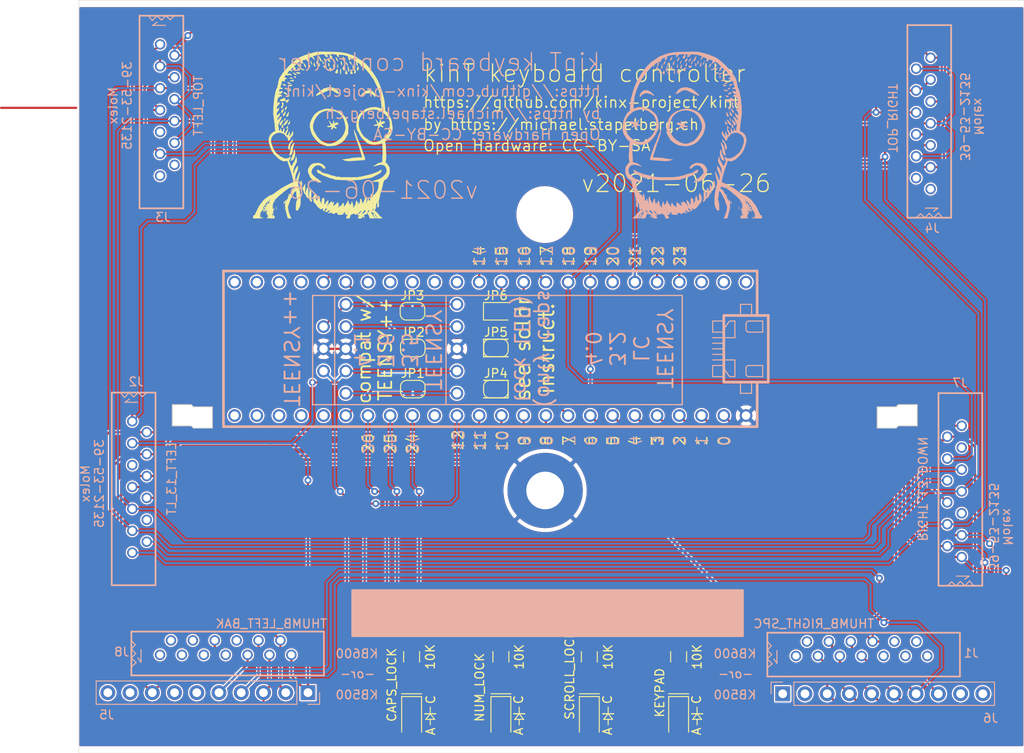
<source format=kicad_pcb>
(kicad_pcb (version 20211014) (generator pcbnew)
  (title_block (date "2021-06-26"))
  (layers (0 "F.Cu" signal) (31 "B.Cu" signal) (34 "B.Paste" user) (35 "F.Paste" user) (36 "B.SilkS" user "B.Silkscreen") (37 "F.SilkS" user "F.Silkscreen") (38 "B.Mask" user) (39 "F.Mask" user) (44 "Edge.Cuts" user))
  (net 0 "")
  (net 1 "/ROW_2")
  (net 2 "/ROW_3")
  (net 3 "/ROW_4")
  (net 4 "/ROW_5")
  (net 5 "/ROW_6")
  (net 6 "/ROW_8")
  (net 7 "/ROW_7")
  (net 8 "/ROW_9")
  (net 9 "Net-(U1-PadRESET)")
  (net 10 "Net-(U1-PadPROG)")
  (net 11 "Net-(U1-PadVBAT)")
  (net 12 "Net-(U1-PadA22/DAC1)")
  (net 13 "Net-(U1-Pad21/DAC0)")
  (net 14 "Net-(U1-Pad39/A20)")
  (net 15 "/ROW_ESC")
  (net 16 "/ROW_F1")
  (net 17 "/ROW_F2")
  (net 18 "Net-(U1-Pad35/A16)")
  (net 19 "Net-(U1-Pad34/A15)")
  (net 20 "Net-(U1-Pad33/A14)")
  (net 21 "/ROW_1")
  (net 22 "/ROW_EQL")
  (net 23 "Net-(U1-PadGND2)")
  (net 24 "/3V3")
  (net 25 "Net-(U1-PadVIN)")
  (net 26 "Net-(U1-PadAGND)")
  (net 27 "Net-(U1-Pad3V3_LO)")
  (net 28 "Net-(U1-Pad13/SCK)")
  (net 29 "/ROW_MIN")
  (net 30 "/ROW_0")
  (net 31 "GND")
  (net 32 "/COL_3")
  (net 33 "Net-(J2-Pad10)")
  (net 34 "/COL_4")
  (net 35 "/COL_2")
  (net 36 "/COL_1")
  (net 37 "Net-(J2-Pad5)")
  (net 38 "/COL_0")
  (net 39 "Net-(J3-Pad12)")
  (net 40 "Net-(J3-Pad13)")
  (net 41 "Net-(J3-Pad9)")
  (net 42 "/COL_5")
  (net 43 "Net-(J5-Pad10)")
  (net 44 "Net-(J5-Pad9)")
  (net 45 "Net-(J5-Pad7)")
  (net 46 "Net-(J5-Pad6)")
  (net 47 "/COL_6")
  (net 48 "Net-(J6-Pad10)")
  (net 49 "Net-(J6-Pad9)")
  (net 50 "Net-(J6-Pad2)")
  (net 51 "Net-(J6-Pad1)")
  (net 52 "Net-(LED1-Pad1)")
  (net 53 "Net-(LED2-Pad1)")
  (net 54 "Net-(LED3-Pad1)")
  (net 55 "Net-(LED4-Pad1)")
  (net 56 "/LED_CAPS_LOCK")
  (net 57 "/LED_NUM_LOCK")
  (net 58 "/LED_SCROLL_LOCK")
  (net 59 "/LED_KEYPAD")
  (net 60 "Net-(U1-Pad36/A17)")
  (net 61 "Net-(U1-Pad32/A13)")
  (net 62 "Net-(U1-Pad31/A12)")
  (net 63 "Net-(U1-Pad30)")
  (net 64 "Net-(U1-Pad29)")
  (net 65 "Net-(U1-Pad28)")
  (net 66 "Net-(U1-Pad3V3)")
  (net 67 "Net-(J4-Pad2)")
  (net 68 "Net-(J4-Pad1)")
  (net 69 "Net-(J7-Pad11)")
  (net 70 "Net-(J7-Pad5)")
  (net 71 "Net-(J1-Pad12)")
  (net 72 "Net-(J1-Pad2)")
  (net 73 "Net-(J1-Pad13)")
  (net 74 "Net-(J1-Pad11)")
  (net 75 "Net-(J1-Pad1)")
  (net 76 "Net-(J8-Pad8)")
  (net 77 "Net-(J8-Pad4)")
  (net 78 "Net-(J8-Pad2)")
  (net 79 "Net-(J8-Pad7)")
  (net 80 "Net-(J8-Pad5)")
  (net 81 "Net-(J8-Pad3)")
  (net 82 "Net-(J8-Pad1)")
  (net 83 "Net-(J1-Pad10)")
  (net 84 "Net-(J1-Pad9)")
  (net 85 "Net-(JP2-Pad1)")
  (net 86 "Net-(JP3-Pad1)")
  (net 87 "Net-(JP1-Pad1)")
  (net 88 "Net-(JP5-Pad1)")
  (net 89 "Net-(JP6-Pad1)")
  (net 90 "Net-(JP4-Pad2)")
  (footprint "LED_SMD:LED_1206_3216Metric_Pad1.42x1.75mm_HandSolder" (layer "F.Cu") (at 133.2511 144.0036 -90)
    (fp_text reference "LED1" hide)
    (fp_text value "LEDSML1206" hide)
  )
  (footprint "LED_SMD:LED_1206_3216Metric_Pad1.42x1.75mm_HandSolder" (layer "F.Cu") (at 143.4511 144.0036 -90)
    (fp_text reference "LED2" hide)
    (fp_text value "LEDSML1206" hide)
  )
  (footprint "LED_SMD:LED_1206_3216Metric_Pad1.42x1.75mm_HandSolder" (layer "F.Cu") (at 153.5511 144.0036 -90)
    (fp_text reference "LED3" hide)
    (fp_text value "LEDSML1206" hide)
  )
  (footprint "LED_SMD:LED_1206_3216Metric_Pad1.42x1.75mm_HandSolder" (layer "F.Cu") (at 163.7511 144.0036 -90)
    (fp_text reference "LED4" hide)
    (fp_text value "LEDSML1206" hide)
  )
  (footprint "Resistor_SMD:R_1206_3216Metric_Pad1.42x1.75mm_HandSolder" (layer "F.Cu") (at 143.4511 137.0036 -90)
    (fp_text reference "R2")
    (fp_text value "10K")
  )
  (footprint "Resistor_SMD:R_1206_3216Metric_Pad1.42x1.75mm_HandSolder" (layer "F.Cu") (at 153.5511 137.0036 -90)
    (fp_text reference "R3")
    (fp_text value "10K")
  )
  (footprint "Resistor_SMD:R_1206_3216Metric_Pad1.42x1.75mm_HandSolder" (layer "F.Cu") (at 133.2511 137.0036 -90)
    (fp_text reference "R1")
    (fp_text value "10K")
  )
  (footprint "Resistor_SMD:R_1206_3216Metric_Pad1.42x1.75mm_HandSolder" (layer "F.Cu") (at 163.7511 137.0036 -90)
    (fp_text reference "R4")
    (fp_text value "10K")
  )
  (footprint "MountingHole:MountingHole_6mm" (layer "F.Cu") (at 148.463 86.487)
    (fp_text reference "H2" hide)
    (fp_text value "mounting pad")
  )
  (footprint "MountingHole:MountingHole_4.3mm_M4_Pad" (layer "F.Cu") (at 148.5011 118.0036)
    (fp_text reference "H1" hide)
    (fp_text value "mounting pad" hide)
  )
  (footprint "kinx:logo" (layer "F.Cu") (at 123.317 77.216)
    (fp_text reference "G***" hide)
    (fp_text value "LOGO" hide)
  )
  (footprint "Jumper:SolderJumper-2_P1.3mm_Open_RoundedPad1.0x1.5mm" (layer "F.Cu") (at 133.387 106.426)
    (fp_text reference "JP1")
    (fp_text value "SolderJumper_2_Open" hide)
  )
  (footprint "Jumper:SolderJumper-2_P1.3mm_Bridged2Bar_RoundedPad1.0x1.5mm" (layer "F.Cu") (at 142.875 106.426)
    (fp_text reference "JP4")
    (fp_text value "SolderJumper_2_Bridged" hide)
  )
  (footprint "Jumper:SolderJumper-2_P1.3mm_Bridged2Bar_RoundedPad1.0x1.5mm" (layer "F.Cu") (at 142.875 101.727 180)
    (fp_text reference "JP5")
    (fp_text value "SolderJumper_2_Bridged" hide)
  )
  (footprint "Jumper:SolderJumper-2_P1.3mm_Bridged2Bar_RoundedPad1.0x1.5mm" (layer "F.Cu") (at 142.86 97.536 180)
    (fp_text reference "JP6")
    (fp_text value "SolderJumper_2_Bridged" hide)
  )
  (footprint "Jumper:SolderJumper-2_P1.3mm_Open_RoundedPad1.0x1.5mm" (layer "F.Cu") (at 133.387 101.727)
    (fp_text reference "JP2")
    (fp_text value "SolderJumper_2_Open" hide)
  )
  (footprint "Jumper:SolderJumper-2_P1.3mm_Open_RoundedPad1.0x1.5mm" (layer "F.Cu") (at 133.35 97.536)
    (fp_text reference "JP3")
    (fp_text value "SolderJumper_2_Open" hide)
  )
  (footprint "kinx:39-53-2135" (layer "B.Cu") (at 101.346 117.602 -90)
    (fp_text reference "J2")
    (fp_text value "LEFT_13_LT")
  )
  (footprint "kinx:39-53-2135" (layer "B.Cu") (at 104.521 74.549 -90)
    (fp_text reference "J3")
    (fp_text value "TOP_LEFT")
  )
  (footprint "kinx:39-53-2135" (layer "B.Cu") (at 196.088 118.11 90)
    (fp_text reference "J7")
    (fp_text value "RIGHT_13_DOWN")
  )
  (footprint "kinx:39-53-2135" (layer "B.Cu") (at 192.532 76.073 90)
    (fp_text reference "J4")
    (fp_text value "TOP_RIGHT")
  )
  (footprint "kinx:39-53-2135" (layer "B.Cu") (at 112.014 136.779)
    (fp_text reference "J8")
    (fp_text value "THUMB_LEFT_BAK_KB600" hide)
  )
  (footprint "kinx:logo" (layer "B.Cu") (at 165.1 77.216 180)
    (fp_text reference "G***" hide)
    (fp_text value "LOGO" hide)
  )
  (footprint "kinx:39-53-2135" (layer "B.Cu") (at 184.658 136.906)
    (fp_text reference "J1")
    (fp_text value "THUMB_RIGHT_SPC_KB600" hide)
  )
  (footprint "Connector_PinHeader_2.54mm:PinHeader_1x10_P2.54mm_Vertical" (layer "B.Cu") (at 175.641 141.224 -90)
    (fp_text reference "J6")
    (fp_text value "THUMB_RIGHT_SPC")
  )
  (footprint "Connector_PinHeader_2.54mm:PinHeader_1x10_P2.54mm_Vertical" (layer "B.Cu") (at 121.412 141.097 90)
    (fp_text reference "J5")
    (fp_text value "THUMB_LEFT_BAK")
  )
  (footprint "kinx:TEENSY_3.5_3.6" (layer "B.Cu") (at 143.51 101.8236 180)
    (fp_text reference "U1" hide)
    (fp_text value "TEENSY_3.5_3.6" hide)
  )
  (gr_line (start 156.337 143.51) (end 155.702 143.51) (layer "F.SilkS") (width 0.12))
  (gr_line (start 155.194 144.145) (end 155.702 143.51) (layer "F.SilkS") (width 0.12))
  (gr_line (start 166.37 144.145) (end 165.354 144.145) (layer "F.SilkS") (width 0.12))
  (gr_line (start 165.227 143.51) (end 166.497 143.51) (layer "F.SilkS") (width 0.12))
  (gr_line (start 165.862 142.748) (end 165.862 143.51) (layer "F.SilkS") (width 0.12))
  (gr_line (start 165.862 144.145) (end 165.862 144.78) (layer "F.SilkS") (width 0.12))
  (gr_line (start 165.862 143.51) (end 166.37 144.145) (layer "F.SilkS") (width 0.12))
  (gr_line (start 165.354 144.145) (end 165.862 143.51) (layer "F.SilkS") (width 0.12))
  (gr_line (start 166.497 143.51) (end 165.862 143.51) (layer "F.SilkS") (width 0.12))
  (gr_line (start 165.862 143.51) (end 165.227 143.51) (layer "F.SilkS") (width 0.12))
  (gr_line (start 145.542 142.748) (end 145.542 143.51) (layer "F.SilkS") (width 0.12))
  (gr_line (start 145.542 144.145) (end 145.542 144.78) (layer "F.SilkS") (width 0.12))
  (gr_line (start 146.05 144.145) (end 145.034 144.145) (layer "F.SilkS") (width 0.12))
  (gr_line (start 145.034 144.145) (end 145.542 143.51) (layer "F.SilkS") (width 0.12))
  (gr_line (start 145.542 143.51) (end 146.05 144.145) (layer "F.SilkS") (width 0.12))
  (gr_line (start 144.907 143.51) (end 146.177 143.51) (layer "F.SilkS") (width 0.12))
  (gr_line (start 146.177 143.51) (end 145.542 143.51) (layer "F.SilkS") (width 0.12))
  (gr_line (start 145.542 143.51) (end 144.907 143.51) (layer "F.SilkS") (width 0.12))
  (gr_line (start 135.382 144.145) (end 135.382 144.78) (layer "F.SilkS") (width 0.12))
  (gr_line (start 134.874 144.145) (end 135.382 143.51) (layer "F.SilkS") (width 0.12))
  (gr_line (start 136.017 143.51) (end 135.382 143.51) (layer "F.SilkS") (width 0.12))
  (gr_line (start 134.747 143.51) (end 136.017 143.51) (layer "F.SilkS") (width 0.12))
  (gr_line (start 135.382 143.51) (end 135.89 144.145) (layer "F.SilkS") (width 0.12))
  (gr_line (start 135.382 142.748) (end 135.382 143.51) (layer "F.SilkS") (width 0.12))
  (gr_line (start 135.382 143.51) (end 134.747 143.51) (layer "F.SilkS") (width 0.12))
  (gr_line (start 135.89 144.145) (end 134.874 144.145) (layer "F.SilkS") (width 0.12))
  (gr_line (start 142.3161 141.224) (end 144.6021 141.224) (layer "F.SilkS") (width 0.12))
  (gr_line (start 132.1001 141.224) (end 134.3861 141.224) (layer "F.SilkS") (width 0.12))
  (gr_line (start 162.6161 141.224) (end 164.9021 141.224) (layer "F.SilkS") (width 0.12))
  (gr_line (start 155.702 142.748) (end 155.702 143.51) (layer "F.SilkS") (width 0.12))
  (gr_line (start 155.702 144.145) (end 155.702 144.78) (layer "F.SilkS") (width 0.12))
  (gr_line (start 155.702 143.51) (end 156.21 144.145) (layer "F.SilkS") (width 0.12))
  (gr_line (start 156.21 144.145) (end 155.194 144.145) (layer "F.SilkS") (width 0.12))
  (gr_line (start 155.067 143.51) (end 156.337 143.51) (layer "F.SilkS") (width 0.12))
  (gr_line (start 152.4161 141.224) (end 154.7021 141.224) (layer "F.SilkS") (width 0.12))
  (gr_line (start 155.702 143.51) (end 155.067 143.51) (layer "F.SilkS") (width 0.12))
  (gr_line (start 203.2 62.0036) (end 95.25 62.0036) (layer "Edge.Cuts") (width 0.05))
  (gr_line (start 105.918 108.204) (end 105.918 110.617) (layer "Edge.Cuts") (width 0.1))
  (gr_line (start 110.49 108.458) (end 108.331 108.458) (layer "Edge.Cuts") (width 0.1))
  (gr_line (start 110.49 110.871) (end 108.331 110.871) (layer "Edge.Cuts") (width 0.1))
  (gr_line (start 108.077 108.204) (end 105.918 108.204) (layer "Edge.Cuts") (width 0.1))
  (gr_line (start 105.918 110.617) (end 108.077 110.617) (layer "Edge.Cuts") (width 0.1))
  (gr_line (start 191.008 108.204) (end 191.008 110.617) (layer "Edge.Cuts") (width 0.1))
  (gr_line (start 186.436 110.871) (end 188.595 110.871) (layer "Edge.Cuts") (width 0.1))
  (gr_line (start 188.849 110.617) (end 188.595 110.871) (layer "Edge.Cuts") (width 0.1))
  (gr_line (start 188.849 108.204) (end 188.595 108.458) (layer "Edge.Cuts") (width 0.1))
  (gr_line (start 186.436 108.458) (end 186.436 110.871) (layer "Edge.Cuts") (width 0.1))
  (gr_line (start 188.849 108.204) (end 191.008 108.204) (layer "Edge.Cuts") (width 0.1))
  (gr_line (start 191.008 110.617) (end 188.849 110.617) (layer "Edge.Cuts") (width 0.1))
  (gr_line (start 186.436 108.458) (end 188.595 108.458) (layer "Edge.Cuts") (width 0.1))
  (gr_line (start 95.25 148.0036) (end 203.2 148.0036) (layer "Edge.Cuts") (width 0.05))
  (gr_line (start 203.2 148.0036) (end 203.2 62.0036) (layer "Edge.Cuts") (width 0.05))
  (gr_line (start 95.25 62.0036) (end 95.25 148.0036) (layer "Edge.Cuts") (width 0.05))
  (gr_line (start 108.077 110.617) (end 108.331 110.871) (layer "Edge.Cuts") (width 0.1))
  (gr_line (start 110.49 108.458) (end 110.49 110.871) (layer "Edge.Cuts") (width 0.1))
  (gr_line (start 108.077 108.204) (end 108.331 108.458) (layer "Edge.Cuts") (width 0.1))
  (gr_text "by https://michael.stapelberg.ch" (at 154.94 74.93) (layer "B.SilkS") (effects (font (size 1.25 1.25)) (justify left mirror)))
  (gr_text "v2021-06-26" (at 140.97 83.693) (layer "B.SilkS") (effects (font (size 2 2)) (justify left mirror)))
  (gr_text "kinT keyboard controller" (at 154.94 69.088) (layer "B.SilkS") (effects (font (size 2 2)) (justify left mirror)))
  (gr_text "Molex\n39-53-2135" (at 197.231 75.311 270) (layer "B.SilkS") (effects (font (size 1 1)) (justify mirror)))
  (gr_text "Molex\n39-53-2135" (at 200.533 122.174 270) (layer "B.SilkS") (effects (font (size 1 1)) (justify mirror)))
  (gr_text "Molex\n39-53-2135" (at 96.774 117.221 90) (layer "B.SilkS") (effects (font (size 1 1)) (justify mirror)))
  (gr_text "KB500" (at 170.18 141.351) (layer "B.SilkS") (effects (font (size 1 1)) (justify mirror)))
  (gr_text "-or-" (at 170.307 138.938) (layer "B.SilkS") (effects (font (size 1 1) (thickness 0.15) italic) (justify mirror)))
  (gr_text "KB600" (at 170.18 136.652) (layer "B.SilkS") (effects (font (size 1 1)) (justify mirror)))
  (gr_text "KB600" (at 127 136.652) (layer "B.SilkS") (effects (font (size 1 1)) (justify mirror)))
  (gr_text "KB500" (at 127 141.351) (layer "B.SilkS") (effects (font (size 1 1)) (justify mirror)))
  (gr_text "-or-" (at 127.127 138.938) (layer "B.SilkS") (effects (font (size 1 1) (thickness 0.15) italic) (justify mirror)))
  (gr_text "Open Hardware: CC-BY-SA" (at 154.94 77.343) (layer "B.SilkS") (effects (font (size 1.25 1.25)) (justify left mirror)))
  (gr_text "Molex\n39-53-2135" (at 99.949 74.041 90) (layer "B.SilkS") (effects (font (size 1 1)) (justify mirror)))
  (gr_text "https://github.com/kinx-project/kint" (at 154.94 72.39) (layer "B.SilkS") (effects (font (size 1.25 1.25)) (justify left mirror)))
  (gr_text "by https://michael.stapelberg.ch" (at 134.493 76.2) (layer "F.SilkS") (effects (font (size 1.25 1.25)) (justify left)))
  (gr_text "https://github.com/kinx-project/kint" (at 134.493 73.66) (layer "F.SilkS") (effects (font (size 1.25 1.25)) (justify left)))
  (gr_text "kinT keyboard controller" (at 134.493 70.358) (layer "F.SilkS") (effects (font (size 2 2)) (justify left)))
  (gr_text "Open Hardware: CC-BY-SA" (at 134.493 78.613) (layer "F.SilkS") (effects (font (size 1.25 1.25)) (justify left)))
  (gr_text "v2021-06-26" (at 152.527 82.931) (layer "F.SilkS") (effects (font (size 2 2)) (justify left)))
  (gr_text "C" (at 136.017 142.494 90) (layer "F.SilkS") (effects (font (size 1 1)) (justify left bottom)))
  (gr_text "A" (at 136.017 146.05 90) (layer "F.SilkS") (effects (font (size 1 1)) (justify left bottom)))
  (gr_text "C" (at 146.05 142.494 90) (layer "F.SilkS") (effects (font (size 1 1)) (justify left bottom)))
  (gr_text "A" (at 146.05 146.05 90) (layer "F.SilkS") (effects (font (size 1 1)) (justify left bottom)))
  (gr_text "A" (at 156.21 146.05 90) (layer "F.SilkS") (effects (font (size 1 1)) (justify left bottom)))
  (gr_text "C" (at 156.21 142.494 90) (layer "F.SilkS") (effects (font (size 1 1)) (justify left bottom)))
  (gr_text "A" (at 166.37 146.05 90) (layer "F.SilkS") (effects (font (size 1 1)) (justify left bottom)))
  (gr_text "C" (at 166.37 142.494 90) (layer "F.SilkS") (effects (font (size 1 1)) (justify left bottom)))
  (gr_text "CAPS_LOCK" (at 131.572 144.526 90) (layer "F.SilkS") (effects (font (size 1 1)) (justify left bottom)))
  (gr_text "NUM_LOCK" (at 141.605 144.526 90) (layer "F.SilkS") (effects (font (size 1 1)) (justify left bottom)))
  (gr_text "SCROLL_LOCK" (at 151.892 144.272 90) (layer "F.SilkS") (effects (font (size 1 1)) (justify left bottom)))
  (gr_text "KEYPAD" (at 162.179 144.018 90) (layer "F.SilkS") (effects (font (size 1 1)) (justify left bottom)))
  (segment (start 86.36 74.295) (end 94.94759 74.295) (width 0.25) (layer "F.Cu") (net 0))
  (segment (start 104.882 116.352) (end 102.996 116.352) (width 0.25) (layer "F.Cu") (net 1))
  (segment (start 100.2665 126.3015) (end 100.838 126.873) (width 0.25) (layer "F.Cu") (net 1))
  (segment (start 106.045 113.919) (end 106.045 115.189) (width 0.25) (layer "F.Cu") (net 1))
  (segment (start 141.605 112.903) (end 107.061 112.903) (width 0.25) (layer "F.Cu") (net 1))
  (segment (start 118.872 141.097) (end 118.264 140.489) (width 0.25) (layer "F.Cu") (net 1))
  (segment (start 100.691 116.352) (end 100.076 116.967) (width 0.25) (layer "F.Cu") (net 1))
  (segment (start 107.061 112.903) (end 106.045 113.919) (width 0.25) (layer "F.Cu") (net 1))
  (segment (start 143.51 109.4436) (end 143.51 110.998) (width 0.25) (layer "F.Cu") (net 1))
  (segment (start 106.045 115.189) (end 104.882 116.352) (width 0.25) (layer "F.Cu") (net 1))
  (segment (start 118.264 140.489) (end 118.264 135.129) (width 0.25) (layer "F.Cu") (net 1))
  (segment (start 114.961 131.826) (end 118.264 135.129) (width 0.25) (layer "F.Cu") (net 1))
  (segment (start 100.076 116.967) (end 100.076 126.111) (width 0.25) (layer "F.Cu") (net 1))
  (segment (start 105.791 131.826) (end 100.2665 126.3015) (width 0.25) (layer "F.Cu") (net 1))
  (segment (start 114.961 131.826) (end 105.791 131.826) (width 0.25) (layer "F.Cu") (net 1))
  (segment (start 102.996 116.352) (end 100.691 116.352) (width 0.25) (layer "F.Cu") (net 1))
  (segment (start 143.51 110.998) (end 141.605 112.903) (width 0.25) (layer "F.Cu") (net 1))
  (segment (start 100.076 126.111) (end 100.2665 126.3015) (width 0.25) (layer "F.Cu") (net 1))
  (segment (start 99.314 138.049) (end 99.314 132.842) (width 0.25) (layer "F.Cu") (net 2))
  (segment (start 105.41 112.395) (end 105.41 113.157) (width 0.25) (layer "F.Cu") (net 2))
  (segment (start 106.299 111.506) (end 105.41 112.395) (width 0.25) (layer "F.Cu") (net 2))
  (segment (start 103.632 141.097) (end 101.219 138.684) (width 0.25) (layer "F.Cu") (net 2))
  (segment (start 140.97 110.617) (end 140.081 111.506) (width 0.25) (layer "F.Cu") (net 2))
  (segment (start 99.314 115.062) (end 100.524 113.852) (width 0.25) (layer "F.Cu") (net 2))
  (segment (start 101.219 138.684) (end 99.949 138.684) (width 0.25) (layer "F.Cu") (net 2))
  (segment (start 106.045 138.684) (end 103.632 141.097) (width 0.25) (layer "F.Cu") (net 2))
  (segment (start 140.97 109.4436) (end 140.97 110.617) (width 0.25) (layer "F.Cu") (net 2))
  (segment (start 99.314 133.096) (end 99.314 132.842) (width 0.25) (layer "F.Cu") (net 2))
  (segment (start 99.314 132.842) (end 99.314 115.062) (width 0.25) (layer "F.Cu") (net 2))
  (segment (start 140.081 111.506) (end 106.299 111.506) (width 0.25) (layer "F.Cu") (net 2))
  (segment (start 100.524 113.852) (end 102.996 113.852) (width 0.25) (layer "F.Cu") (net 2))
  (segment (start 109.982 138.684) (end 106.045 138.684) (width 0.25) (layer "F.Cu") (net 2))
  (segment (start 104.715 113.852) (end 102.996 113.852) (width 0.25) (layer "F.Cu") (net 2))
  (segment (start 110.764 137.902) (end 109.982 138.684) (width 0.25) (layer "F.Cu") (net 2))
  (segment (start 99.949 138.684) (end 99.314 138.049) (width 0.25) (layer "F.Cu") (net 2))
  (segment (start 110.764 135.129) (end 110.764 137.902) (width 0.25) (layer "F.Cu") (net 2))
  (segment (start 105.41 113.157) (end 104.715 113.852) (width 0.25) (layer "F.Cu") (net 2))
  (segment (start 129.032 105.664) (end 129.921 104.775) (width 0.25) (layer "F.Cu") (net 3))
  (segment (start 119.514 136.779) (end 119.514 139.199) (width 0.25) (layer "F.Cu") (net 3))
  (segment (start 134.112 106.426) (end 134.112 105.676) (width 0.25) (layer "F.Cu") (net 3))
  (segment (start 141.112701 105.902299) (end 141.636402 106.426) (width 0.25) (layer "F.Cu") (net 3))
  (segment (start 121.412 120.015) (end 121.412 116.84) (width 0.25) (layer "F.Cu") (net 3))
  (segment (start 121.412 120.015) (end 121.412 141.097) (width 0.25) (layer "F.Cu") (net 3))
  (segment (start 134.112 105.676) (end 133.211 104.775) (width 0.25) (layer "F.Cu") (net 3))
  (segment (start 121.92 105.664) (end 129.032 105.664) (width 0.25) (layer "F.Cu") (net 3))
  (segment (start 134.715598 106.426) (end 135.239299 105.902299) (width 0.25) (layer "F.Cu") (net 3))
  (segment (start 134.112 106.426) (end 134.715598 106.426) (width 0.25) (layer "F.Cu") (net 3))
  (segment (start 135.239299 105.902299) (end 141.112701 105.902299) (width 0.25) (layer "F.Cu") (net 3))
  (segment (start 119.514 139.199) (end 121.412 141.097) (width 0.25) (layer "F.Cu") (net 3))
  (segment (start 133.211 104.775) (end 129.921 104.775) (width 0.25) (layer "F.Cu") (net 3))
  (segment (start 141.636402 106.426) (end 142.225 106.426) (width 0.25) (layer "F.Cu") (net 3))
  (via (at 121.412 116.84) (size 0.8) (drill 0.4) (layers "F.Cu" "B.Cu") (net 3))
  (via (at 121.92 105.664) (size 0.8) (drill 0.4) (layers "F.Cu" "B.Cu") (net 3))
  (segment (start 101.346 112.602) (end 101.139 112.602) (width 0.25) (layer "B.Cu") (net 3))
  (segment (start 121.92 108.204) (end 121.92 105.664) (width 0.25) (layer "B.Cu") (net 3))
  (segment (start 121.412 114.46) (end 119.554 112.602) (width 0.25) (layer "B.Cu") (net 3))
  (segment (start 121.412 116.84) (end 121.412 114.46) (width 0.25) (layer "B.Cu") (net 3))
  (segment (start 117.047 112.602) (end 117.174 112.602) (width 0.25) (layer "B.Cu") (net 3))
  (segment (start 101.346 112.602) (end 117.047 112.602) (width 0.25) (layer "B.Cu") (net 3))
  (segment (start 121.92 108.204) (end 121.92 110.236) (width 0.25) (layer "B.Cu") (net 3))
  (segment (start 119.554 112.602) (end 121.92 110.236) (width 0.25) (layer "B.Cu") (net 3))
  (segment (start 117.047 112.602) (end 119.554 112.602) (width 0.25) (layer "B.Cu") (net 3))
  (segment (start 99.822 141.986) (end 101.6 143.764) (width 0.25) (layer "F.Cu") (net 4))
  (segment (start 99.822 139.573) (end 99.822 141.986) (width 0.25) (layer "F.Cu") (net 4))
  (segment (start 117.014 140.415) (end 116.332 141.097) (width 0.25) (layer "F.Cu") (net 4))
  (segment (start 98.425 138.176) (end 99.822 139.573) (width 0.25) (layer "F.Cu") (net 4))
  (segment (start 116.332 143.129) (end 116.332 141.097) (width 0.25) (layer "F.Cu") (net 4))
  (segment (start 115.697 143.764) (end 116.332 143.129) (width 0.25) (layer "F.Cu") (net 4))
  (segment (start 135.382 101.727) (end 136.525 100.584) (width 0.25) (layer "F.Cu") (net 4))
  (segment (start 102.996 111.352) (end 98.706 111.352) (width 0.25) (layer "F.Cu") (net 4))
  (segment (start 98.425 111.633) (end 98.425 138.176) (width 0.25) (layer "F.Cu") (net 4))
  (segment (start 101.6 143.764) (end 115.697 143.764) (width 0.25) (layer "F.Cu") (net 4))
  (segment (start 142.225 101.727) (end 140.589 101.727) (width 0.25) (layer "F.Cu") (net 4))
  (segment (start 104.167 111.352) (end 102.996 111.352) (width 0.25) (layer "F.Cu") (net 4))
  (segment (start 134.112 101.727) (end 134.112 102.477) (width 0.25) (layer "F.Cu") (net 4))
  (segment (start 140.589 101.727) (end 139.446 100.584) (width 0.25) (layer "F.Cu") (net 4))
  (segment (start 98.706 111.352) (end 98.425 111.633) (width 0.25) (layer "F.Cu") (net 4))
  (segment (start 104.648 110.871) (end 104.167 111.352) (width 0.25) (layer "F.Cu") (net 4))
  (segment (start 133.465 103.124) (end 105.664 103.124) (width 0.25) (layer "F.Cu") (net 4))
  (segment (start 104.648 104.14) (end 104.648 110.871) (width 0.25) (layer "F.Cu") (net 4))
  (segment (start 136.525 100.584) (end 139.446 100.584) (width 0.25) (layer "F.Cu") (net 4))
  (segment (start 134.112 102.477) (end 133.465 103.124) (width 0.25) (layer "F.Cu") (net 4))
  (segment (start 134.112 101.727) (end 135.382 101.727) (width 0.25) (layer "F.Cu") (net 4))
  (segment (start 115.998 141.097) (end 116.332 141.097) (width 0.25) (layer "F.Cu") (net 4))
  (segment (start 117.014 136.779) (end 117.014 140.415) (width 0.25) (layer "F.Cu") (net 4))
  (segment (start 105.664 103.124) (end 104.648 104.14) (width 0.25) (layer "F.Cu") (net 4))
  (segment (start 188.849 115.697) (end 189.484 116.332) (width 0.25) (layer "F.Cu") (net 5))
  (segment (start 201.168 143.256) (end 201.168 127.127) (width 0.25) (layer "F.Cu") (net 5))
  (segment (start 180.721 137.969) (end 179.658 136.906) (width 0.25) (layer "F.Cu") (net 5))
  (segment (start 156.21 109.4436) (end 162.4634 115.697) (width 0.25) (layer "F.Cu") (net 5))
  (segment (start 200.025 145.542) (end 201.168 144.399) (width 0.25) (layer "F.Cu") (net 5))
  (segment (start 201.168 144.399) (end 201.168 143.256) (width 0.25) (layer "F.Cu") (net 5))
  (segment (start 162.4634 115.697) (end 188.849 115.697) (width 0.25) (layer "F.Cu") (net 5))
  (segment (start 180.721 141.224) (end 185.039 145.542) (width 0.25) (layer "F.Cu") (net 5))
  (segment (start 185.039 145.542) (end 200.025 145.542) (width 0.25) (layer "F.Cu") (net 5))
  (segment (start 191.904 125.61) (end 196.088 125.61) (width 0.25) (layer "F.Cu") (net 5))
  (segment (start 189.484 116.332) (end 189.484 123.19) (width 0.25) (layer "F.Cu") (net 5))
  (segment (start 180.721 141.224) (end 180.721 137.969) (width 0.25) (layer "F.Cu") (net 5))
  (segment (start 189.484 123.19) (end 191.904 125.61) (width 0.25) (layer "F.Cu") (net 5))
  (via (at 201.168 127.127) (size 0.8) (drill 0.4) (layers "F.Cu" "B.Cu") (net 5))
  (segment (start 197.605 127.127) (end 196.656 126.178) (width 0.25) (layer "B.Cu") (net 5))
  (segment (start 196.656 126.178) (end 196.088 125.61) (width 0.25) (layer "B.Cu") (net 5))
  (segment (start 201.168 127.127) (end 197.605 127.127) (width 0.25) (layer "B.Cu") (net 5))
  (segment (start 188.468 143.891) (end 185.801 141.224) (width 0.25) (layer "F.Cu") (net 6))
  (segment (start 190.5 115.443) (end 190.5 122.428) (width 0.25) (layer "F.Cu") (net 6))
  (segment (start 198.374 139.192) (end 198.12 139.446) (width 0.25) (layer "F.Cu") (net 6))
  (segment (start 185.801 141.224) (end 182.158 137.581) (width 0.25) (layer "F.Cu") (net 6))
  (segment (start 182.158 137.581) (end 182.158 136.906) (width 0.25) (layer "F.Cu") (net 6))
  (segment (start 197.231 143.129) (end 196.469 143.891) (width 0.25) (layer "F.Cu") (net 6))
  (segment (start 190.5 122.428) (end 192.432 124.36) (width 0.25) (layer "F.Cu") (net 6))
  (segment (start 198.755 126.238) (end 198.755 138.811) (width 0.25) (layer "F.Cu") (net 6))
  (segment (start 164.1144 114.808) (end 189.865 114.808) (width 0.25) (layer "F.Cu") (net 6))
  (segment (start 158.75 109.4436) (end 164.1144 114.808) (width 0.25) (layer "F.Cu") (net 6))
  (segment (start 192.432 124.36) (end 194.438 124.36) (width 0.25) (layer "F.Cu") (net 6))
  (segment (start 198.12 139.446) (end 197.231 140.335) (width 0.25) (layer "F.Cu") (net 6))
  (segment (start 198.755 138.811) (end 198.12 139.446) (width 0.25) (layer "F.Cu") (net 6))
  (segment (start 197.231 140.335) (end 197.231 143.129) (width 0.25) (layer "F.Cu") (net 6))
  (segment (start 189.865 114.808) (end 190.5 115.443) (width 0.25) (layer "F.Cu") (net 6))
  (segment (start 196.469 143.891) (end 188.468 143.891) (width 0.25) (layer "F.Cu") (net 6))
  (via (at 198.755 126.238) (size 0.8) (drill 0.4) (layers "F.Cu" "B.Cu") (net 6))
  (segment (start 198.755 125.349) (end 197.9295 124.5235) (width 0.25) (layer "B.Cu") (net 6))
  (segment (start 198.755 126.238) (end 198.755 125.349) (width 0.25) (layer "B.Cu") (net 6))
  (segment (start 197.766 124.36) (end 194.438 124.36) (width 0.25) (layer "B.Cu") (net 6))
  (segment (start 197.9295 124.5235) (end 197.766 124.36) (width 0.25) (layer "B.Cu") (net 6))
  (segment (start 186.817 144.78) (end 183.261 141.224) (width 0.25) (layer "F.Cu") (net 7))
  (segment (start 200.025 143.383) (end 198.628 144.78) (width 0.25) (layer "F.Cu") (net 7))
  (segment (start 200.025 129.413) (end 200.025 143.383) (width 0.25) (layer "F.Cu") (net 7))
  (segment (start 165.7654 113.919) (end 190.627 113.919) (width 0.25) (layer "F.Cu") (net 7))
  (segment (start 181.280599 135.628599) (end 180.908 135.256) (width 0.25) (layer "F.Cu") (net 7))
  (segment (start 200.025 129.286) (end 200.025 129.413) (width 0.25) (layer "F.Cu") (net 7))
  (segment (start 191.389 114.681) (end 191.389 121.793) (width 0.25) (layer "F.Cu") (net 7))
  (segment (start 192.706 123.11) (end 196.088 123.11) (width 0.25) (layer "F.Cu") (net 7))
  (segment (start 181.280599 139.243599) (end 181.280599 135.628599) (width 0.25) (layer "F.Cu") (net 7))
  (segment (start 198.628 144.78) (end 186.817 144.78) (width 0.25) (layer "F.Cu") (net 7))
  (segment (start 199.263 124.079) (end 200.025 124.841) (width 0.25) (layer "F.Cu") (net 7))
  (segment (start 161.29 109.4436) (end 165.7654 113.919) (width 0.25) (layer "F.Cu") (net 7))
  (segment (start 200.025 129.413) (end 200.025 124.841) (width 0.25) (layer "F.Cu") (net 7))
  (segment (start 183.261 141.224) (end 181.280599 139.243599) (width 0.25) (layer "F.Cu") (net 7))
  (segment (start 191.389 121.793) (end 192.706 123.11) (width 0.25) (layer "F.Cu") (net 7))
  (segment (start 190.627 113.919) (end 191.389 114.681) (width 0.25) (layer "F.Cu") (net 7))
  (via (at 199.263 124.079) (size 0.8) (drill 0.4) (layers "F.Cu" "B.Cu") (net 7))
  (segment (start 199.263 124.079) (end 198.294 123.11) (width 0.25) (layer "B.Cu") (net 7))
  (segment (start 198.294 123.11) (end 196.088 123.11) (width 0.25) (layer "B.Cu") (net 7))
  (segment (start 188.341 141.224) (end 190.246 143.129) (width 0.25) (layer "F.Cu") (net 8))
  (segment (start 183.552554 137.307) (end 185.183554 138.938) (width 0.25) (layer "F.Cu") (net 8))
  (segment (start 197.612 117.602) (end 197.612 117.475) (width 0.25) (layer "F.Cu") (net 8))
  (segment (start 183.552554 137.307) (end 183.552554 135.400554) (width 0.25) (layer "F.Cu") (net 8))
  (segment (start 183.552554 135.400554) (end 183.408 135.256) (width 0.25) (layer "F.Cu") (net 8))
  (segment (start 195.58 139.446) (end 196.723 139.446) (width 0.25) (layer "F.Cu") (net 8))
  (segment (start 197.612 117.602) (end 197.612 113.03) (width 0.25) (layer "F.Cu") (net 8))
  (segment (start 196.442 111.86) (end 195.861 111.86) (width 0.25) (layer "F.Cu") (net 8))
  (segment (start 196.136554 111.86) (end 195.861 111.86) (width 0.25) (layer "F.Cu") (net 8))
  (segment (start 190.246 143.129) (end 193.675 143.129) (width 0.25) (layer "F.Cu") (net 8))
  (segment (start 166.37 109.4436) (end 169.1944 112.268) (width 0.25) (layer "F.Cu") (net 8))
  (segment (start 197.612 138.557) (end 197.612 117.602) (width 0.25) (layer "F.Cu") (net 8))
  (segment (start 194.691 142.113) (end 194.691 140.335) (width 0.25) (layer "F.Cu") (net 8))
  (segment (start 194.03 112.268) (end 194.438 111.86) (width 0.25) (layer "F.Cu") (net 8))
  (segment (start 186.055 138.938) (end 188.341 141.224) (width 0.25) (layer "F.Cu") (net 8))
  (segment (start 197.612 113.03) (end 196.442 111.86) (width 0.25) (layer "F.Cu") (net 8))
  (segment (start 194.691 140.335) (end 195.58 139.446) (width 0.25) (layer "F.Cu") (net 8))
  (segment (start 196.723 139.446) (end 197.612 138.557) (width 0.25) (layer "F.Cu") (net 8))
  (segment (start 193.675 143.129) (end 194.691 142.113) (width 0.25) (layer "F.Cu") (net 8))
  (segment (start 185.183554 138.938) (end 186.055 138.938) (width 0.25) (layer "F.Cu") (net 8))
  (segment (start 169.1944 112.268) (end 194.03 112.268) (width 0.25) (layer "F.Cu") (net 8))
  (segment (start 195.861 111.86) (end 194.438 111.86) (width 0.25) (layer "F.Cu") (net 8))
  (segment (start 123.19 99.2836) (end 125.73 96.7436) (width 0.25) (layer "F.Cu") (net 9))
  (segment (start 138.43 96.7436) (end 125.73 96.7436) (width 0.25) (layer "B.Cu") (net 9))
  (segment (start 138.43 99.2836) (end 125.73 99.2836) (width 0.25) (layer "B.Cu") (net 10))
  (segment (start 138.43 106.9036) (end 125.73 106.9036) (width 0.25) (layer "B.Cu") (net 11))
  (segment (start 111.733 68.299) (end 106.171 68.299) (width 0.25) (layer "F.Cu") (net 15))
  (segment (start 194.564 73.279) (end 194.564 65.786) (width 0.25) (layer "F.Cu") (net 15))
  (segment (start 142.367 89.662) (end 113.538 89.662) (width 0.25) (layer "F.Cu") (net 15))
  (segment (start 189.865 65.278) (end 108.458 65.278) (width 0.25) (layer "F.Cu") (net 15))
  (segment (start 113.03 69.596) (end 111.733 68.299) (width 0.25) (layer "F.Cu") (net 15))
  (segment (start 191.516 65.278) (end 189.865 65.278) (width 0.25) (layer "F.Cu") (net 15))
  (segment (start 113.03 89.154) (end 113.03 69.596) (width 0.25) (layer "F.Cu") (net 15))
  (segment (start 190.119 65.278) (end 189.865 65.278) (width 0.25) (layer "F.Cu") (net 15))
  (segment (start 145.6055 92.9005) (end 142.367 89.662) (width 0.25) (layer "F.Cu") (net 15))
  (segment (start 194.27 73.573) (end 194.564 73.279) (width 0.25) (layer "F.Cu") (net 15))
  (segment (start 113.538 89.662) (end 113.03 89.154) (width 0.25) (layer "F.Cu") (net 15))
  (segment (start 108.458 65.278) (end 107.696 66.04) (width 0.25) (layer "F.Cu") (net 15))
  (segment (start 147.2869 92.9005) (end 145.6055 92.9005) (width 0.25) (layer "F.Cu") (net 15))
  (segment (start 192.532 73.573) (end 194.27 73.573) (width 0.25) (layer "F.Cu") (net 15))
  (segment (start 148.59 94.2036) (end 147.2869 92.9005) (width 0.25) (layer "F.Cu") (net 15))
  (segment (start 194.564 65.786) (end 194.056 65.278) (width 0.25) (layer "F.Cu") (net 15))
  (segment (start 194.056 65.278) (end 191.516 65.278) (width 0.25) (layer "F.Cu") (net 15))
  (via (at 107.696 66.04) (size 0.8) (drill 0.4) (layers "F.Cu" "B.Cu") (net 15))
  (segment (start 107.696 66.04) (end 106.172 67.564) (width 0.25) (layer "B.Cu") (net 15))
  (segment (start 106.172 68.298) (end 106.171 68.299) (width 0.25) (layer "B.Cu") (net 15))
  (segment (start 106.172 67.564) (end 106.172 68.298) (width 0.25) (layer "B.Cu") (net 15))
  (segment (start 191.262 73.279) (end 192.405 72.136) (width 0.25) (layer "F.Cu") (net 16))
  (segment (start 192.532 68.573) (end 191.380599 67.421599) (width 0.25) (layer "F.Cu") (net 16))
  (segment (start 178.816 82.423) (end 180.166 81.073) (width 0.25) (layer "F.Cu") (net 16))
  (segment (start 164.846 91.948) (end 178.181 91.948) (width 0.25) (layer "F.Cu") (net 16))
  (segment (start 104.521 68.650446) (end 104.521 69.549) (width 0.25) (layer "F.Cu") (net 16))
  (segment (start 192.405 72.136) (end 193.294 72.136) (width 0.25) (layer "F.Cu") (net 16))
  (segment (start 178.816 91.313) (end 178.816 82.423) (width 0.25) (layer "F.Cu") (net 16))
  (segment (start 193.802 68.961) (end 193.414 68.573) (width 0.25) (layer "F.Cu") (net 16))
  (segment (start 163.83 94.2036) (end 163.83 92.964) (width 0.25) (layer "F.Cu") (net 16))
  (segment (start 194.056 75.311) (end 193.548 74.803) (width 0.25) (layer "F.Cu") (net 16))
  (segment (start 163.83 94.2036) (end 163.83 94.107) (width 0.25) (layer "F.Cu") (net 16))
  (segment (start 194.056 80.645) (end 194.056 78.486) (width 0.25) (layer "F.Cu") (net 16))
  (segment (start 193.294 72.136) (end 193.802 71.628) (width 0.25) (layer "F.Cu") (net 16))
  (segment (start 178.181 91.948) (end 178.816 91.313) (width 0.25) (layer "F.Cu") (net 16))
  (segment (start 163.83 92.964) (end 164.846 91.948) (width 0.25) (layer "F.Cu") (net 16))
  (segment (start 192.893 77.323) (end 190.882 77.323) (width 0.25) (layer "F.Cu") (net 16))
  (segment (start 194.056 78.486) (end 192.893 77.323) (width 0.25) (layer "F.Cu") (net 16))
  (segment (start 194.056 76.2) (end 194.056 75.311) (width 0.25) (layer "F.Cu") (net 16))
  (segment (start 192.893 77.323) (end 192.933 77.323) (width 0.25) (layer "F.Cu") (net 16))
  (segment (start 193.802 71.628) (end 193.802 68.961) (width 0.25) (layer "F.Cu") (net 16))
  (segment (start 191.262 73.787) (end 191.262 73.279) (width 0.25) (layer "F.Cu") (net 16))
  (segment (start 191.380599 67.421599) (end 105.749847 67.421599) (width 0.25) (layer "F.Cu") (net 16))
  (segment (start 192.933 77.323) (end 194.056 76.2) (width 0.25) (layer "F.Cu") (net 16))
  (segment (start 180.166 81.073) (end 192.532 81.073) (width 0.25) (layer "F.Cu") (net 16))
  (segment (start 192.278 74.803) (end 191.262 73.787) (width 0.25) (layer "F.Cu") (net 16))
  (segment (start 193.628 81.073) (end 194.056 80.645) (width 0.25) (layer "F.Cu") (net 16))
  (segment (start 192.532 81.073) (end 193.628 81.073) (width 0.25) (layer "F.Cu") (net 16))
  (segment (start 105.749847 67.421599) (end 104.521 68.650446) (width 0.25) (layer "F.Cu") (net 16))
  (segment (start 193.414 68.573) (end 192.532 68.573) (width 0.25) (layer "F.Cu") (net 16))
  (segment (start 193.548 74.803) (end 192.278 74.803) (width 0.25) (layer "F.Cu") (net 16))
  (segment (start 107.95 72.39) (end 107.041 73.299) (width 0.25) (layer "B.Cu") (net 16))
  (segment (start 108.077 76.393) (end 106.171 78.299) (width 0.25) (layer "B.Cu") (net 16))
  (segment (start 106.76 69.549) (end 107.95 70.739) (width 0.25) (layer "B.Cu") (net 16))
  (segment (start 107.041 73.299) (end 106.171 73.299) (width 0.25) (layer "B.Cu") (net 16))
  (segment (start 104.521 69.549) (end 106.76 69.549) (width 0.25) (layer "B.Cu") (net 16))
  (segment (start 106.171 73.299) (end 108.077 75.205) (width 0.25) (layer "B.Cu") (net 16))
  (segment (start 107.95 70.739) (end 107.95 72.39) (width 0.25) (layer "B.Cu") (net 16))
  (segment (start 108.077 75.205) (end 108.077 76.393) (width 0.25) (layer "B.Cu") (net 16))
  (segment (start 158.75 92.837) (end 158.75 94.2036) (width 0.25) (layer "F.Cu") (net 17))
  (segment (start 177.8 76.073) (end 177.292 76.581) (width 0.25) (layer "F.Cu") (net 17))
  (segment (start 103.632 74.549) (end 102.87 75.311) (width 0.25) (layer "F.Cu") (net 17))
  (segment (start 161.163 90.424) (end 158.75 92.837) (width 0.25) (layer "F.Cu") (net 17))
  (segment (start 102.87 75.311) (end 102.87 77.898) (width 0.25) (layer "F.Cu") (net 17))
  (segment (start 103.826 70.799) (end 102.743 71.882) (width 0.25) (layer "F.Cu") (net 17))
  (segment (start 102.87 77.898) (end 104.521 79.549) (width 0.25) (layer "F.Cu") (net 17))
  (segment (start 177.292 89.916) (end 176.784 90.424) (width 0.25) (layer "F.Cu") (net 17))
  (segment (start 102.743 72.771) (end 104.521 74.549) (width 0.25) (layer "F.Cu") (net 17))
  (segment (start 177.292 76.581) (end 177.292 89.916) (width 0.25) (layer "F.Cu") (net 17))
  (segment (start 192.532 76.073) (end 177.8 76.073) (width 0.25) (layer "F.Cu") (net 17))
  (segment (start 102.743 71.882) (end 102.743 72.771) (width 0.25) (layer "F.Cu") (net 17))
  (segment (start 192.159401 76.445599) (end 192.532 76.073) (width 0.25) (layer "F.Cu") (net 17))
  (segment (start 106.171 70.799) (end 103.826 70.799) (width 0.25) (layer "F.Cu") (net 17))
  (segment (start 104.521 74.549) (end 103.632 74.549) (width 0.25) (layer "F.Cu") (net 17))
  (segment (start 176.784 90.424) (end 161.163 90.424) (width 0.25) (layer "F.Cu") (net 17))
  (segment (start 194.283 69.823) (end 190.882 69.823) (width 0.25) (layer "B.Cu") (net 17))
  (segment (start 158.75 92.964) (end 158.75 92.837) (width 0.25) (layer "B.Cu") (net 17))
  (segment (start 108.411 79.549) (end 109.601 78.359) (width 0.25) (layer "B.Cu") (net 17))
  (segment (start 194.056 76.073) (end 192.532 76.073) (width 0.25) (layer "B.Cu") (net 17))
  (segment (start 158.75 92.964) (end 158.75 94.2036) (width 0.25) (layer "B.Cu") (net 17))
  (segment (start 190.882 79.823) (end 194.243 79.823) (width 0.25) (layer "B.Cu") (net 17))
  (segment (start 158.75 83.82) (end 158.75 92.964) (width 0.25) (layer "B.Cu") (net 17))
  (segment (start 195.072 77.089) (end 194.056 76.073) (width 0.25) (layer "B.Cu") (net 17))
  (segment (start 153.289 78.359) (end 158.75 83.82) (width 0.25) (layer "B.Cu") (net 17))
  (segment (start 195.072 78.994) (end 195.072 77.089) (width 0.25) (layer "B.Cu") (net 17))
  (segment (start 104.521 79.549) (end 108.411 79.549) (width 0.25) (layer "B.Cu") (net 17))
  (segment (start 194.056 75.946) (end 195.072 74.93) (width 0.25) (layer "B.Cu") (net 17))
  (segment (start 109.601 78.359) (end 153.289 78.359) (width 0.25) (layer "B.Cu") (net 17))
  (segment (start 195.072 74.93) (end 195.072 70.612) (width 0.25) (layer "B.Cu") (net 17))
  (segment (start 194.056 76.073) (end 194.056 75.946) (width 0.25) (layer "B.Cu") (net 17))
  (segment (start 195.072 70.612) (end 194.283 69.823) (width 0.25) (layer "B.Cu") (net 17))
  (segment (start 194.243 79.823) (end 195.072 78.994) (width 0.25) (layer "B.Cu") (net 17))
  (segment (start 106.807 114.808) (end 106.807 116.078) (width 0.25) (layer "F.Cu") (net 21))
  (segment (start 105.283 117.602) (end 101.346 117.602) (width 0.25) (layer "F.Cu") (net 21))
  (segment (start 142.621 114.046) (end 107.569 114.046) (width 0.25) (layer "F.Cu") (net 21))
  (segment (start 107.569 114.046) (end 106.807 114.808) (width 0.25) (layer "F.Cu") (net 21))
  (segment (start 146.05 110.617) (end 142.621 114.046) (width 0.25) (layer "F.Cu") (net 21))
  (segment (start 146.05 109.4436) (end 146.05 110.617) (width 0.25) (layer "F.Cu") (net 21))
  (segment (start 106.807 116.078) (end 105.283 117.602) (width 0.25) (layer "F.Cu") (net 21))
  (segment (start 146.05 109.4436) (end 146.05 109.855) (width 0.25) (layer "F.Cu") (net 21))
  (segment (start 107.569 116.459) (end 105.176 118.852) (width 0.25) (layer "F.Cu") (net 22))
  (segment (start 146.304 111.506) (end 142.875 114.935) (width 0.25) (layer "F.Cu") (net 22))
  (segment (start 108.077 114.935) (end 107.569 115.443) (width 0.25) (layer "F.Cu") (net 22))
  (segment (start 147.828 111.506) (end 146.304 111.506) (width 0.25) (layer "F.Cu") (net 22))
  (segment (start 105.176 118.852) (end 102.996 118.852) (width 0.25) (layer "F.Cu") (net 22))
  (segment (start 148.59 109.4436) (end 148.59 110.744) (width 0.25) (layer "F.Cu") (net 22))
  (segment (start 142.875 114.935) (end 108.077 114.935) (width 0.25) (layer "F.Cu") (net 22))
  (segment (start 103.368599 119.224599) (end 102.996 118.852) (width 0.25) (layer "F.Cu") (net 22))
  (segment (start 148.59 110.744) (end 147.828 111.506) (width 0.25) (layer "F.Cu") (net 22))
  (segment (start 107.569 115.443) (end 107.569 116.459) (width 0.25) (layer "F.Cu") (net 22))
  (segment (start 125.095 118.11) (end 125.857 118.872) (width 0.25) (layer "F.Cu") (net 24))
  (segment (start 125.857 144.78) (end 126.5681 145.4911) (width 0.25) (layer "F.Cu") (net 24))
  (segment (start 153.5511 145.4911) (end 163.7511 145.4911) (width 0.25) (layer "F.Cu") (net 24))
  (segment (start 126.5681 145.4911) (end 133.2511 145.4911) (width 0.25) (layer "F.Cu") (net 24))
  (segment (start 133.2511 145.4911) (end 143.4511 145.4911) (width 0.25) (layer "F.Cu") (net 24))
  (segment (start 143.4511 145.4911) (end 153.5511 145.4911) (width 0.25) (layer "F.Cu") (net 24))
  (segment (start 125.857 118.872) (end 125.857 144.78) (width 0.25) (layer "F.Cu") (net 24))
  (via (at 125.095 118.11) (size 0.8) (drill 0.4) (layers "F.Cu" "B.Cu") (net 24))
  (segment (start 125.73 104.3636) (end 124.46 105.6336) (width 0.25) (layer "B.Cu") (net 24))
  (segment (start 123.19 104.3636) (end 124.46 105.6336) (width 0.25) (layer "B.Cu") (net 24))
  (segment (start 124.46 105.6336) (end 124.46 117.475) (width 0.25) (layer "B.Cu") (net 24))
  (segment (start 138.43 104.3636) (end 125.73 104.3636) (width 0.25) (layer "B.Cu") (net 24))
  (segment (start 124.46 117.475) (end 125.095 118.11) (width 0.25) (layer "B.Cu") (net 24))
  (segment (start 192.278 113.919) (end 192.278 117.2) (width 0.25) (layer "F.Cu") (net 29))
  (segment (start 163.83 109.4436) (end 167.4164 113.03) (width 0.25) (layer "F.Cu") (net 29))
  (segment (start 191.389 113.03) (end 192.278 113.919) (width 0.25) (layer "F.Cu") (net 29))
  (segment (start 192.278 117.2) (end 194.438 119.36) (width 0.25) (layer "F.Cu") (net 29))
  (segment (start 167.4164 113.03) (end 191.389 113.03) (width 0.25) (layer "F.Cu") (net 29))
  (segment (start 170.3857 110.9193) (end 168.91 109.4436) (width 0.25) (layer "F.Cu") (net 30))
  (segment (start 196.088 110.61) (end 192.92 110.61) (width 0.25) (layer "F.Cu") (net 30))
  (segment (start 192.92 110.61) (end 192.024 111.506) (width 0.25) (layer "F.Cu") (net 30))
  (segment (start 170.9724 111.506) (end 170.3857 110.9193) (width 0.25) (layer "F.Cu") (net 30))
  (segment (start 192.024 111.506) (end 170.9724 111.506) (width 0.25) (layer "F.Cu") (net 30))
  (segment (start 123.19 101.8236) (end 125.73 101.8236) (width 0.25) (layer "F.Cu") (net 31))
  (segment (start 186.329 74.823) (end 186.309 74.803) (width 0.25) (layer "F.Cu") (net 32))
  (segment (start 159.639 89.662) (end 156.21 93.091) (width 0.25) (layer "F.Cu") (net 32))
  (segment (start 176.149 89.662) (end 159.639 89.662) (width 0.25) (layer "F.Cu") (net 32))
  (segment (start 185.801 73.533) (end 177.038 73.533) (width 0.25) (layer "F.Cu") (net 32))
  (segment (start 186.309 74.803) (end 186.309 74.041) (width 0.25) (layer "F.Cu") (net 32))
  (segment (start 176.53 74.041) (end 176.53 89.281) (width 0.25) (layer "F.Cu") (net 32))
  (segment (start 186.309 74.041) (end 185.801 73.533) (width 0.25) (layer "F.Cu") (net 32))
  (segment (start 176.53 89.281) (end 176.149 89.662) (width 0.25) (layer "F.Cu") (net 32))
  (segment (start 156.21 93.091) (end 156.21 94.2036) (width 0.25) (layer "F.Cu") (net 32))
  (segment (start 177.038 73.533) (end 176.53 74.041) (width 0.25) (layer "F.Cu") (net 32))
  (segment (start 190.882 74.823) (end 186.329 74.823) (width 0.25) (layer "F.Cu") (net 32))
  (via (at 186.309 74.803) (size 0.8) (drill 0.4) (layers "F.Cu" "B.Cu") (net 32))
  (segment (start 107.569 125.349) (end 105.356 125.349) (width 0.25) (layer "B.Cu") (net 32))
  (segment (start 185.039 84.836) (end 185.039 75.438) (width 0.25) (layer "B.Cu") (net 32))
  (segment (start 185.039 75.438) (end 185.674 74.803) (width 0.25) (layer "B.Cu") (net 32))
  (segment (start 196.088 118.11) (end 192.151 118.11) (width 0.25) (layer "B.Cu") (net 32))
  (segment (start 185.674 74.803) (end 186.309 74.803) (width 0.25) (layer "B.Cu") (net 32))
  (segment (start 107.315 125.349) (end 107.569 125.349) (width 0.25) (layer "B.Cu") (net 32))
  (segment (start 105.356 125.349) (end 103.859 123.852) (width 0.25) (layer "B.Cu") (net 32))
  (segment (start 107.569 125.349) (end 186.436 125.349) (width 0.25) (layer "B.Cu") (net 32))
  (segment (start 196.088 118.11) (end 197.993 116.205) (width 0.25) (layer "B.Cu") (net 32))
  (segment (start 186.69 125.349) (end 186.436 125.349) (width 0.25) (layer "B.Cu") (net 32))
  (segment (start 187.706 122.555) (end 187.706 124.333) (width 0.25) (layer "B.Cu") (net 32))
  (segment (start 192.151 118.11) (end 187.706 122.555) (width 0.25) (layer "B.Cu") (net 32))
  (segment (start 187.706 124.333) (end 186.69 125.349) (width 0.25) (layer "B.Cu") (net 32))
  (segment (start 197.993 116.205) (end 197.993 97.79) (width 0.25) (layer "B.Cu") (net 32))
  (segment (start 197.993 97.79) (end 185.039 84.836) (width 0.25) (layer "B.Cu") (net 32))
  (segment (start 102.996 123.852) (end 103.859 123.852) (width 0.25) (layer "B.Cu") (net 32))
  (segment (start 179.832 80.264) (end 186.944 80.264) (width 0.25) (layer "F.Cu") (net 34))
  (segment (start 178.054 82.042) (end 178.054 90.932) (width 0.25) (layer "F.Cu") (net 34))
  (segment (start 178.054 90.932) (end 177.8 91.186) (width 0.25) (layer "F.Cu") (net 34))
  (segment (start 187.325 79.121) (end 187.325 79.883) (width 0.25) (layer "F.Cu") (net 34))
  (segment (start 187.873 78.573) (end 187.325 79.121) (width 0.25) (layer "F.Cu") (net 34))
  (segment (start 161.29 92.202) (end 161.29 94.2036) (width 0.25) (layer "F.Cu") (net 34))
  (segment (start 177.8 91.186) (end 162.306 91.186) (width 0.25) (layer "F.Cu") (net 34))
  (segment (start 179.832 80.264) (end 178.054 82.042) (width 0.25) (layer "F.Cu") (net 34))
  (segment (start 162.306 91.186) (end 161.29 92.202) (width 0.25) (layer "F.Cu") (net 34))
  (segment (start 186.944 80.264) (end 187.325 79.883) (width 0.25) (layer "F.Cu") (net 34))
  (segment (start 192.532 78.573) (end 187.873 78.573) (width 0.25) (layer "F.Cu") (net 34))
  (via (at 187.325 79.883) (size 0.8) (drill 0.4) (layers "F.Cu" "B.Cu") (net 34))
  (segment (start 194.438 121.86) (end 192.211 121.86) (width 0.25) (layer "B.Cu") (net 34))
  (segment (start 187.766 126.305) (end 187.004 126.305) (width 0.25) (layer "B.Cu") (net 34))
  (segment (start 103.879 125.102) (end 101.346 125.102) (width 0.25) (layer "B.Cu") (net 34))
  (segment (start 198.755 119.888) (end 196.783 121.86) (width 0.25) (layer "B.Cu") (net 34))
  (segment (start 192.211 121.86) (end 187.766 126.305) (width 0.25) (layer "B.Cu") (net 34))
  (segment (start 116.392 126.305) (end 116.011 126.305) (width 0.25) (layer "B.Cu") (net 34))
  (segment (start 187.004 126.305) (end 116.392 126.305) (width 0.25) (layer "B.Cu") (net 34))
  (segment (start 198.755 96.266) (end 198.755 119.888) (width 0.25) (layer "B.Cu") (net 34))
  (segment (start 105.082 126.305) (end 103.879 125.102) (width 0.25) (layer "B.Cu") (net 34))
  (segment (start 116.392 126.305) (end 105.082 126.305) (width 0.25) (layer "B.Cu") (net 34))
  (segment (start 187.325 79.883) (end 187.325 84.836) (width 0.25) (layer "B.Cu") (net 34))
  (segment (start 196.783 121.86) (end 194.438 121.86) (width 0.25) (layer "B.Cu") (net 34))
  (segment (start 187.325 84.836) (end 198.755 96.266) (width 0.25) (layer "B.Cu") (net 34))
  (segment (start 135.128 98.044) (end 141.097 98.044) (width 0.25) (layer "F.Cu") (net 35))
  (segment (start 134.075 97.536) (end 134.62 97.536) (width 0.25) (layer "F.Cu") (net 35))
  (segment (start 112.395 90.805) (end 112.014 90.424) (width 0.25) (layer "F.Cu") (net 35))
  (segment (start 142.21 97.536) (end 141.605 97.536) (width 0.25) (layer "F.Cu") (net 35))
  (segment (start 141.605 97.536) (end 141.097 98.044) (width 0.25) (layer "F.Cu") (net 35))
  (segment (start 112.014 73.025) (end 111.038 72.049) (width 0.25) (layer "F.Cu") (net 35))
  (segment (start 140.97 90.805) (end 112.395 90.805) (width 0.25) (layer "F.Cu") (net 35))
  (segment (start 134.62 97.536) (end 135.128 98.044) (width 0.25) (layer "F.Cu") (net 35))
  (segment (start 142.21 92.045) (end 140.97 90.805) (width 0.25) (layer "F.Cu") (net 35))
  (segment (start 112.014 90.424) (end 112.014 73.025) (width 0.25) (layer "F.Cu") (net 35))
  (segment (start 111.038 72.049) (end 104.521 72.049) (width 0.25) (layer "F.Cu") (net 35))
  (segment (start 142.21 97.536) (end 142.21 92.045) (width 0.25) (layer "F.Cu") (net 35))
  (segment (start 186.055 124.46) (end 107.188 124.46) (width 0.25) (layer "B.Cu") (net 35))
  (segment (start 107.188 124.46) (end 105.697 124.46) (width 0.25) (layer "B.Cu") (net 35))
  (segment (start 105.697 124.46) (end 103.839 122.602) (width 0.25) (layer "B.Cu") (net 35))
  (segment (start 186.69 122.174) (end 186.69 123.825) (width 0.25) (layer "B.Cu") (net 35))
  (segment (start 101.346 122.602) (end 103.839 122.602) (width 0.25) (layer "B.Cu") (net 35))
  (segment (start 192.004 116.86) (end 186.69 122.174) (width 0.25) (layer "B.Cu") (net 35))
  (segment (start 194.438 116.86) (end 192.004 116.86) (width 0.25) (layer "B.Cu") (net 35))
  (segment (start 99.528 72.049) (end 101.433 72.049) (width 0.25) (layer "B.Cu") (net 35))
  (segment (start 101.433 72.049) (end 101.306 72.049) (width 0.25) (layer "B.Cu") (net 35))
  (segment (start 106.934 124.46) (end 107.188 124.46) (width 0.25) (layer "B.Cu") (net 35))
  (segment (start 186.69 123.825) (end 186.055 124.46) (width 0.25) (layer "B.Cu") (net 35))
  (segment (start 101.346 122.602) (end 98.806 120.062) (width 0.25) (layer "B.Cu") (net 35))
  (segment (start 98.806 72.771) (end 99.528 72.049) (width 0.25) (layer "B.Cu") (net 35))
  (segment (start 98.806 120.062) (end 98.806 72.771) (width 0.25) (layer "B.Cu") (net 35))
  (segment (start 104.521 72.049) (end 101.433 72.049) (width 0.25) (layer "B.Cu") (net 35))
  (segment (start 140.208 91.567) (end 140.97 92.329) (width 0.25) (layer "F.Cu") (net 36))
  (segment (start 110.5535 90.7415) (end 111.379 91.567) (width 0.25) (layer "F.Cu") (net 36))
  (segment (start 111.379 91.567) (end 140.208 91.567) (width 0.25) (layer "F.Cu") (net 36))
  (segment (start 106.171 75.799) (end 109.835 75.799) (width 0.25) (layer "F.Cu") (net 36))
  (segment (start 140.97 92.329) (end 140.97 94.2036) (width 0.25) (layer "F.Cu") (net 36))
  (segment (start 109.835 75.799) (end 110.5535 76.5175) (width 0.25) (layer "F.Cu") (net 36))
  (segment (start 110.5535 76.5175) (end 110.5535 90.7415) (width 0.25) (layer "F.Cu") (net 36))
  (segment (start 184.912 123.698) (end 107.395 123.698) (width 0.25) (layer "B.Cu") (net 36))
  (segment (start 185.547 123.063) (end 184.912 123.698) (width 0.25) (layer "B.Cu") (net 36))
  (segment (start 99.695 76.962) (end 99.695 118.451) (width 0.25) (layer "B.Cu") (net 36))
  (segment (start 100.858 75.799) (end 99.695 76.962) (width 0.25) (layer "B.Cu") (net 36))
  (segment (start 107.395 123.698) (end 103.799 120.102) (width 0.25) (layer "B.Cu") (net 36))
  (segment (start 99.695 118.451) (end 99.842 118.598) (width 0.25) (layer "B.Cu") (net 36))
  (segment (start 185.547 121.92) (end 185.547 123.063) (width 0.25) (layer "B.Cu") (net 36))
  (segment (start 99.842 118.598) (end 101.346 120.102) (width 0.25) (layer "B.Cu") (net 36))
  (segment (start 196.088 115.61) (end 191.857 115.61) (width 0.25) (layer "B.Cu") (net 36))
  (segment (start 191.857 115.61) (end 185.547 121.92) (width 0.25) (layer "B.Cu") (net 36))
  (segment (start 103.799 120.102) (end 101.346 120.102) (width 0.25) (layer "B.Cu") (net 36))
  (segment (start 106.171 75.799) (end 100.858 75.799) (width 0.25) (layer "B.Cu") (net 36))
  (segment (start 104.521 67.049) (end 101.346 70.224) (width 0.25) (layer "F.Cu") (net 38))
  (segment (start 101.346 72.263) (end 101.346 110.102) (width 0.25) (layer "F.Cu") (net 38))
  (segment (start 101.346 70.224) (end 101.346 72.263) (width 0.25) (layer "F.Cu") (net 38))
  (segment (start 108.458 86.233) (end 108.458 80.899) (width 0.25) (layer "B.Cu") (net 38))
  (segment (start 101.346 110.102) (end 102.362 109.086) (width 0.25) (layer "B.Cu") (net 38))
  (segment (start 156.972 88.3616) (end 151.13 94.2036) (width 0.25) (layer "B.Cu") (net 38))
  (segment (start 103.124 87.249) (end 107.442 87.249) (width 0.25) (layer "B.Cu") (net 38))
  (segment (start 156.972 83.82) (end 156.972 88.3616) (width 0.25) (layer "B.Cu") (net 38))
  (segment (start 102.362 109.086) (end 102.362 88.011) (width 0.25) (layer "B.Cu") (net 38))
  (segment (start 195.707 105.537) (end 197.231 107.061) (width 0.25) (layer "B.Cu") (net 38))
  (segment (start 152.908 105.537) (end 195.707 105.537) (width 0.25) (layer "B.Cu") (net 38))
  (segment (start 194.438 114.36) (end 196.663 114.36) (width 0.25) (layer "B.Cu") (net 38))
  (segment (start 108.458 80.899) (end 110.109 79.248) (width 0.25) (layer "B.Cu") (net 38))
  (segment (start 102.362 88.011) (end 103.124 87.249) (width 0.25) (layer "B.Cu") (net 38))
  (segment (start 152.4 79.248) (end 156.972 83.82) (width 0.25) (layer "B.Cu") (net 38))
  (segment (start 110.109 79.248) (end 152.4 79.248) (width 0.25) (layer "B.Cu") (net 38))
  (segment (start 197.231 113.792) (end 197.231 107.061) (width 0.25) (layer "B.Cu") (net 38))
  (segment (start 151.13 103.759) (end 152.908 105.537) (width 0.25) (layer "B.Cu") (net 38))
  (segment (start 196.663 114.36) (end 197.231 113.792) (width 0.25) (layer "B.Cu") (net 38))
  (segment (start 151.13 94.2036) (end 151.13 103.759) (width 0.25) (layer "B.Cu") (net 38))
  (segment (start 107.442 87.249) (end 108.458 86.233) (width 0.25) (layer "B.Cu") (net 38))
  (segment (start 188.468 137.541) (end 188.976 138.049) (width 0.25) (layer "F.Cu") (net 42))
  (segment (start 190.246 138.049) (end 190.881 138.684) (width 0.25) (layer "F.Cu") (net 42))
  (segment (start 153.67 92.837) (end 153.67 94.2036) (width 0.25) (layer "F.Cu") (net 42))
  (segment (start 152.4 111.76) (end 152.4 113.03) (width 0.25) (layer "F.Cu") (net 42))
  (segment (start 188.976 138.049) (end 190.246 138.049) (width 0.25) (layer "F.Cu") (net 42))
  (segment (start 152.4 108.585) (end 152.4 111.76) (width 0.25) (layer "F.Cu") (net 42))
  (segment (start 153.67 107.315) (end 152.4 108.585) (width 0.25) (layer "F.Cu") (net 42))
  (segment (start 185.908 132.735) (end 185.908 135.256) (width 0.25) (layer "F.Cu") (net 42))
  (segment (start 191.282 72.323) (end 192.532 71.073) (width 0.25) (layer "F.Cu") (net 42))
  (segment (start 190.882 72.323) (end 176.978 72.323) (width 0.25) (layer "F.Cu") (net 42))
  (segment (start 114.514 137.835) (end 111.252 141.097) (width 0.25) (layer "F.Cu") (net 42))
  (segment (start 170.307 130.937) (end 181.589 130.937) (width 0.25) (layer "F.Cu") (net 42))
  (segment (start 190.881 138.684) (end 193.421 141.224) (width 0.25) (layer "F.Cu") (net 42))
  (segment (start 186.69 131.953) (end 185.908 132.735) (width 0.25) (layer "F.Cu") (net 42))
  (segment (start 186.945 135.256) (end 188.468 136.779) (width 0.25) (layer "F.Cu") (net 42))
  (segment (start 181.589 130.937) (end 185.908 135.256) (width 0.25) (layer "F.Cu") (net 42))
  (segment (start 190.882 72.323) (end 191.282 72.323) (width 0.25) (layer "F.Cu") (net 42))
  (segment (start 157.607 88.9) (end 153.67 92.837) (width 0.25) (layer "F.Cu") (net 42))
  (segment (start 186.69 128.016) (end 186.69 131.953) (width 0.25) (layer "F.Cu") (net 42))
  (segment (start 176.978 72.323) (end 175.768 73.533) (width 0.25) (layer "F.Cu") (net 42))
  (segment (start 152.4 108.839) (end 152.4 111.76) (width 0.25) (layer "F.Cu") (net 42))
  (segment (start 175.387 88.9) (end 157.607 88.9) (width 0.25) (layer "F.Cu") (net 42))
  (segment (start 153.67 104.14) (end 153.67 107.315) (width 0.25) (layer "F.Cu") (net 42))
  (segment (start 114.514 136.779) (end 114.514 137.835) (width 0.25) (layer "F.Cu") (net 42))
  (segment (start 188.468 136.779) (end 188.468 137.541) (width 0.25) (layer "F.Cu") (net 42))
  (segment (start 175.768 88.519) (end 175.387 88.9) (width 0.25) (layer "F.Cu") (net 42))
  (segment (start 185.908 135.256) (end 186.945 135.256) (width 0.25) (layer "F.Cu") (net 42))
  (segment (start 193.488 141.157) (end 193.421 141.224) (width 0.25) (layer "F.Cu") (net 42))
  (segment (start 175.768 73.533) (end 175.768 88.519) (width 0.25) (layer "F.Cu") (net 42))
  (segment (start 152.4 113.03) (end 170.307 130.937) (width 0.25) (layer "F.Cu") (net 42))
  (via (at 186.69 128.016) (size 0.8) (drill 0.4) (layers "F.Cu" "B.Cu") (net 42))
  (via (at 153.67 104.14) (size 0.8) (drill 0.4) (layers "F.Cu" "B.Cu") (net 42))
  (segment (start 123.571 137.922) (end 123.063 138.43) (width 0.25) (layer "B.Cu") (net 42))
  (segment (start 185.801 127.127) (end 124.968 127.127) (width 0.25) (layer "B.Cu") (net 42))
  (segment (start 153.67 94.2036) (end 153.67 104.14) (width 0.25) (layer "B.Cu") (net 42))
  (segment (start 123.063 138.43) (end 113.919 138.43) (width 0.25) (layer "B.Cu") (net 42))
  (segment (start 123.571 128.524) (end 123.571 137.922) (width 0.25) (layer "B.Cu") (net 42))
  (segment (start 124.968 127.127) (end 123.571 128.524) (width 0.25) (layer "B.Cu") (net 42))
  (segment (start 185.801 127.127) (end 186.69 128.016) (width 0.25) (layer "B.Cu") (net 42))
  (segment (start 113.919 138.43) (end 111.252 141.097) (width 0.25) (layer "B.Cu") (net 42))
  (segment (start 184.658 136.906) (end 185.928 138.176) (width 0.25) (layer "F.Cu") (net 47))
  (segment (start 153.67 109.4436) (end 160.8124 116.586) (width 0.25) (layer "F.Cu") (net 47))
  (segment (start 115.764 139.125) (end 113.792 141.097) (width 0.25) (layer "F.Cu") (net 47))
  (segment (start 187.198 133.096) (end 188.595 131.699) (width 0.25) (layer "F.Cu") (net 47))
  (segment (start 188.595 131.699) (end 188.595 131.064) (width 0.25) (layer "F.Cu") (net 47))
  (segment (start 115.764 135.129) (end 115.764 139.125) (width 0.25) (layer "F.Cu") (net 47))
  (segment (start 188.595 131.064) (end 188.595 131.191) (width 0.25) (layer "F.Cu") (net 47))
  (segment (start 188.595 117.221) (end 188.595 131.064) (width 0.25) (layer "F.Cu") (net 47))
  (segment (start 187.96 116.586) (end 188.595 117.221) (width 0.25) (layer "F.Cu") (net 47))
  (segment (start 160.8124 116.586) (end 187.96 116.586) (width 0.25) (layer "F.Cu") (net 47))
  (segment (start 187.833 138.176) (end 190.881 141.224) (width 0.25) (layer "F.Cu") (net 47))
  (segment (start 185.928 138.176) (end 187.833 138.176) (width 0.25) (layer "F.Cu") (net 47))
  (via (at 187.198 133.096) (size 0.8) (drill 0.4) (layers "F.Cu" "B.Cu") (net 47))
  (segment (start 115.697 139.192) (end 113.792 141.097) (width 0.25) (layer "B.Cu") (net 47))
  (segment (start 123.698 139.192) (end 115.697 139.192) (width 0.25) (layer "B.Cu") (net 47))
  (segment (start 185.039 128.143) (end 125.095 128.143) (width 0.25) (layer "B.Cu") (net 47))
  (segment (start 124.46 138.43) (end 123.698 139.192) (width 0.25) (layer "B.Cu") (net 47))
  (segment (start 125.095 128.143) (end 124.46 128.778) (width 0.25) (layer "B.Cu") (net 47))
  (segment (start 185.674 131.572) (end 185.674 128.778) (width 0.25) (layer "B.Cu") (net 47))
  (segment (start 190.881 141.224) (end 193.802 138.303) (width 0.25) (layer "B.Cu") (net 47))
  (segment (start 124.46 128.778) (end 124.46 138.43) (width 0.25) (layer "B.Cu") (net 47))
  (segment (start 187.198 133.096) (end 185.674 131.572) (width 0.25) (layer "B.Cu") (net 47))
  (segment (start 185.674 128.778) (end 185.039 128.143) (width 0.25) (layer "B.Cu") (net 47))
  (segment (start 193.802 135.89) (end 191.008 133.096) (width 0.25) (layer "B.Cu") (net 47))
  (segment (start 191.008 133.096) (end 187.198 133.096) (width 0.25) (layer "B.Cu") (net 47))
  (segment (start 193.802 138.303) (end 193.802 135.89) (width 0.25) (layer "B.Cu") (net 47))
  (segment (start 190.881 141.224) (end 191.389 141.224) (width 0.25) (layer "B.Cu") (net 47))
  (segment (start 133.2511 138.4911) (end 133.2511 142.5161) (width 0.25) (layer "F.Cu") (net 52))
  (segment (start 143.4511 142.5161) (end 143.4511 138.4911) (width 0.25) (layer "F.Cu") (net 53))
  (segment (start 153.5511 138.4911) (end 153.5511 142.5161) (width 0.25) (layer "F.Cu") (net 54))
  (segment (start 163.7511 138.4911) (end 163.7511 142.5161) (width 0.25) (layer "F.Cu") (net 55))
  (segment (start 127.889 134.747) (end 128.6581 135.5161) (width 0.25) (layer "F.Cu") (net 56))
  (segment (start 129.159 119.507) (end 128.27 119.507) (width 0.25) (layer "F.Cu") (net 56))
  (segment (start 128.27 119.507) (end 127.889 119.888) (width 0.25) (layer "F.Cu") (net 56))
  (segment (start 128.6581 135.5161) (end 133.2511 135.5161) (width 0.25) (layer "F.Cu") (net 56))
  (segment (start 127.889 119.888) (end 127.889 134.747) (width 0.25) (layer "F.Cu") (net 56))
  (via (at 129.159 119.507) (size 0.8) (drill 0.4) (layers "F.Cu" "B.Cu") (net 56))
  (segment (start 137.668 119.507) (end 129.159 119.507) (width 0.25) (layer "B.Cu") (net 56))
  (segment (start 138.43 118.745) (end 137.668 119.507) (width 0.25) (layer "B.Cu") (net 56))
  (segment (start 138.43 109.4436) (end 138.43 118.745) (width 0.25) (layer "B.Cu") (net 56))
  (segment (start 143.4511 134.8151) (end 141.986 133.35) (width 0.25) (layer "F.Cu") (net 57))
  (segment (start 130.429 118.745) (end 130.429 132.207) (width 0.25) (layer "F.Cu") (net 57))
  (segment (start 141.986 133.35) (end 131.572 133.35) (width 0.25) (layer "F.Cu") (net 57))
  (segment (start 131.572 133.35) (end 130.937 132.715) (width 0.25) (layer "F.Cu") (net 57))
  (segment (start 129.794 118.11) (end 130.429 118.745) (width 0.25) (layer "F.Cu") (net 57))
  (segment (start 129.032 118.11) (end 129.794 118.11) (width 0.25) (layer "F.Cu") (net 57))
  (segment (start 143.4511 135.5161) (end 143.4511 134.8151) (width 0.25) (layer "F.Cu") (net 57))
  (segment (start 130.429 132.207) (end 130.937 132.715) (width 0.25) (layer "F.Cu") (net 57))
  (via (at 129.032 118.11) (size 0.8) (drill 0.4) (layers "F.Cu" "B.Cu") (net 57))
  (segment (start 128.27 109.4436) (end 128.27 117.348) (width 0.25) (layer "B.Cu") (net 57))
  (segment (start 128.27 117.348) (end 129.032 118.11) (width 0.25) (layer "B.Cu") (net 57))
  (segment (start 152.527 132.207) (end 153.5511 133.2311) (width 0.25) (layer "F.Cu") (net 58))
  (segment (start 131.572 131.445) (end 132.334 132.207) (width 0.25) (layer "F.Cu") (net 58))
  (segment (start 132.334 132.207) (end 152.527 132.207) (width 0.25) (layer "F.Cu") (net 58))
  (segment (start 153.5511 133.2311) (end 153.5511 135.5161) (width 0.25) (layer "F.Cu") (net 58))
  (segment (start 131.572 118.11) (end 131.572 131.445) (width 0.25) (layer "F.Cu") (net 58))
  (via (at 131.572 118.11) (size 0.8) (drill 0.4) (layers "F.Cu" "B.Cu") (net 58))
  (segment (start 130.81 117.348) (end 131.572 118.11) (width 0.25) (layer "B.Cu") (net 58))
  (segment (start 130.81 109.601) (end 130.81 117.348) (width 0.25) (layer "B.Cu") (net 58))
  (segment (start 130.81 109.4436) (end 130.81 109.601) (width 0.25) (layer "B.Cu") (net 58))
  (segment (start 163.7511 132.1281) (end 163.7511 135.5161) (width 0.25) (layer "F.Cu") (net 59))
  (segment (start 134.493 130.81) (end 162.433 130.81) (width 0.25) (layer "F.Cu") (net 59))
  (segment (start 162.433 130.81) (end 163.7511 132.1281) (width 0.25) (layer "F.Cu") (net 59))
  (segment (start 134.112 118.11) (end 134.112 130.429) (width 0.25) (layer "F.Cu") (net 59))
  (segment (start 134.112 130.429) (end 134.493 130.81) (width 0.25) (layer "F.Cu") (net 59))
  (via (at 134.112 118.11) (size 0.8) (drill 0.4) (layers "F.Cu" "B.Cu") (net 59))
  (segment (start 133.35 109.4436) (end 133.35 117.348) (width 0.25) (layer "B.Cu") (net 59))
  (segment (start 133.35 117.348) (end 134.112 118.11) (width 0.25) (layer "B.Cu") (net 59))
  (segment (start 192.278 136.819) (end 192.238 136.779) (width 0.25) (layer "F.Cu") (net 73))
  (segment (start 125.73 94.2036) (end 132.662 101.1356) (width 0.25) (layer "F.Cu") (net 85))
  (segment (start 132.7454 101.219) (end 132.4762 100.9498) (width 0.25) (layer "F.Cu") (net 85))
  (segment (start 132.662 101.1356) (end 132.662 101.727) (width 0.25) (layer "F.Cu") (net 85))
  (segment (start 123.19 94.2036) (end 124.5566 92.837) (width 0.25) (layer "F.Cu") (net 86))
  (segment (start 130.683 97.155) (end 130.81 97.282) (width 0.25) (layer "F.Cu") (net 86))
  (segment (start 129.54 96.012) (end 130.683 97.155) (width 0.25) (layer "F.Cu") (net 86))
  (segment (start 124.5566 92.837) (end 128.905 92.837) (width 0.25) (layer "F.Cu") (net 86))
  (segment (start 132.625 97.536) (end 131.064 97.536) (width 0.25) (layer "F.Cu") (net 86))
  (segment (start 131.064 97.536) (end 130.683 97.155) (width 0.25) (layer "F.Cu") (net 86))
  (segment (start 128.905 92.837) (end 129.54 93.472) (width 0.25) (layer "F.Cu") (net 86))
  (segment (start 129.54 93.472) (end 129.54 96.012) (width 0.25) (layer "F.Cu") (net 86))
  (segment (start 128.839094 106.426) (end 125.821494 109.4436) (width 0.25) (layer "F.Cu") (net 87))
  (segment (start 132.662 106.426) (end 128.839094 106.426) (width 0.25) (layer "F.Cu") (net 87))
  (segment (start 125.821494 109.4436) (end 125.73 109.4436) (width 0.25) (layer "F.Cu") (net 87))
  (segment (start 146.05 99.202) (end 143.525 101.727) (width 0.25) (layer "F.Cu") (net 88))
  (segment (start 146.05 94.2036) (end 146.05 99.202) (width 0.25) (layer "F.Cu") (net 88))
  (segment (start 143.51 97.536) (end 143.51 94.2036) (width 0.25) (layer "F.Cu") (net 89))
  (segment (start 149.0014 107.315) (end 149.7482 108.0618) (width 0.25) (layer "F.Cu") (net 90))
  (segment (start 143.525 106.426) (end 144.414 107.315) (width 0.25) (layer "F.Cu") (net 90))
  (segment (start 144.414 107.315) (end 149.0014 107.315) (width 0.25) (layer "F.Cu") (net 90))
  (segment (start 149.7482 108.0618) (end 151.13 109.4436) (width 0.25) (layer "F.Cu") (net 90))
  (zone (net 31) (net_name "GND") (layer "F.Cu") (priority 6) (connect_pads (clearance 0.000001)) (min_thickness 0.2032) (fill yes (thermal_gap 0.4564) (thermal_bridge_width 0.4564))
    (polygon (pts (xy 203.1163 147.2068) (xy 95.25 147.2068) (xy 95.25 62.8004) (xy 203.1163 62.8004)))
  )
  (zone (net 31) (net_name "GND") (layer "B.Cu") (priority 6) (connect_pads (clearance 0.000001)) (min_thickness 0.2032) (fill yes (thermal_gap 0.4564) (thermal_bridge_width 0.4564))
    (polygon (pts (xy 203.1163 147.2068) (xy 95.25 147.2068) (xy 95.25 62.8004) (xy 203.1163 62.8004)))
  )
  (zone (net 0) (net_name "") (layer "B.SilkS") (connect_pads (clearance 0.2)) (min_thickness 0.254) (fill yes (thermal_gap 0.508) (thermal_bridge_width 0.508))
    (polygon (pts (xy 126.365 129.286) (xy 171.196 129.286) (xy 171.196 134.747) (xy 126.365 134.747)))
  )
)
</source>
